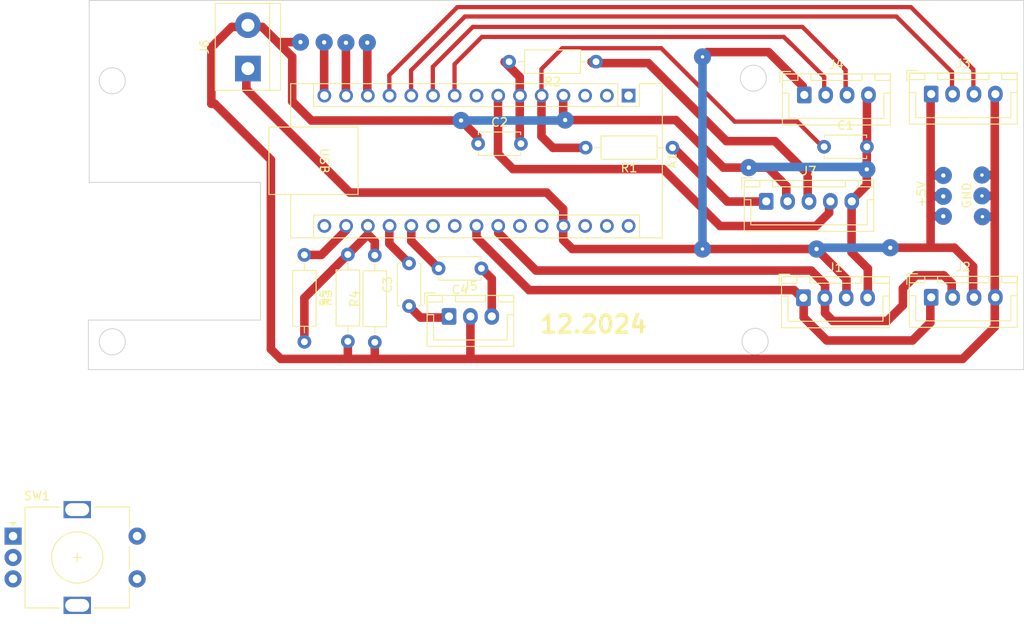
<source format=kicad_pcb>
(kicad_pcb (version 20211014) (generator pcbnew)
  (layers (0 "F.Cu" signal) (31 "B.Cu" signal) (34 "B.Paste" user) (35 "F.Paste" user) (36 "B.SilkS" user "B.Silkscreen") (37 "F.SilkS" user "F.Silkscreen") (38 "B.Mask" user) (39 "F.Mask" user) (44 "Edge.Cuts" user))
  (net 0 "")
  (net 4 "GNDREF")
  (net 5 "Net-(A1-Pad5)")
  (net 6 "Net-(A1-Pad6)")
  (net 7 "Net-(A1-Pad7)")
  (net 9 "Net-(A1-Pad9)")
  (net 10 "Net-(A1-Pad10)")
  (net 11 "Net-(A1-Pad11)")
  (net 12 "Net-(A1-Pad12)")
  (net 13 "Net-(A1-Pad13)")
  (net 14 "Net-(A1-Pad14)")
  (net 15 "unconnected-(A1-Pad15)")
  (net 17 "Net-(R5-Pad1)")
  (net 18 "Net-(A1-Pad18)")
  (net 19 "Net-(A1-Pad19)")
  (net 20 "Net-(A1-Pad20)")
  (net 23 "Net-(A1-Pad23)")
  (net 24 "Net-(A1-Pad24)")
  (net 26 "+5V")
  (net 29 "Net-(J5-Pad1)")
  (net 30 "Net-(J5-Pad3)")
  (net 33 "Net-(J7-Pad1)")
  (net 34 "Net-(J7-Pad3)")
  (net 35 "Net-(J8-Pad1)")
  (net 36 "Net-(J8-Pad3)")
  (net 37 "Net-(J8-Pad2)")
  (net 38 "Net-(J8-Pad5)")
  (net 39 "Net-(J8-Pad4)")
  (footprint "Resistor_THT:R_Axial_DIN0207_L6.3mm_D2.5mm_P10.16mm_Horizontal" (layer "F.Cu") (at 83.6676 55.88 90)
    (fp_text reference "R3" (at 5.08 -2.37 90) (layer "F.SilkS"))
    (fp_text value "10K")
    (pad "1" thru_hole circle (at 0 0 90) (size 1.6 1.6) (drill 0.8) (layers *.Cu *.Mask) (net 4 "GNDREF"))
    (pad "2" thru_hole oval (at 10.16 0 90) (size 1.6 1.6) (drill 0.8) (layers *.Cu *.Mask) (net 18 "Net-(A1-Pad18)"))
  )
  (footprint "Capacitor_THT:C_Disc_D4.7mm_W2.5mm_P5.00mm" (layer "F.Cu") (at 99.274 47.3456 180)
    (fp_text reference "C4" (at 2.5 -2.5) (layer "F.SilkS"))
    (fp_text value "10n")
    (pad "1" thru_hole circle (at 0 0 180) (size 1.6 1.6) (drill 0.8) (layers *.Cu *.Mask) (net 30 "Net-(J5-Pad3)"))
    (pad "2" thru_hole circle (at 5 0 180) (size 1.6 1.6) (drill 0.8) (layers *.Cu *.Mask) (net 20 "Net-(A1-Pad20)"))
  )
  (footprint "Capacitor_THT:C_Disc_D4.7mm_W2.5mm_P5.00mm" (layer "F.Cu") (at 139.3336 33.1216)
    (fp_text reference "C1" (at 2.5 -2.5) (layer "F.SilkS"))
    (fp_text value "100n")
    (pad "1" thru_hole circle (at 0 0) (size 1.6 1.6) (drill 0.8) (layers *.Cu *.Mask) (net 5 "Net-(A1-Pad5)"))
    (pad "2" thru_hole circle (at 5 0) (size 1.6 1.6) (drill 0.8) (layers *.Cu *.Mask) (net 4 "GNDREF"))
  )
  (footprint "Connector_JST:JST_XH_B3B-XH-A_1x03_P2.50mm_Vertical" (layer "F.Cu") (at 95.4932 52.9674)
    (fp_text reference "J5" (at 2.5 -3.55) (layer "F.SilkS"))
    (fp_text value "Audio IN")
    (pad "1" thru_hole roundrect (at 0 0) (size 1.7 1.95) (drill 0.95) (layers *.Cu *.Mask) (roundrect_rratio 0.147059) (net 29 "Net-(J5-Pad1)"))
    (pad "2" thru_hole oval (at 2.5 0) (size 1.7 1.95) (drill 0.95) (layers *.Cu *.Mask) (net 4 "GNDREF"))
    (pad "3" thru_hole oval (at 5 0) (size 1.7 1.95) (drill 0.95) (layers *.Cu *.Mask) (net 30 "Net-(J5-Pad3)"))
  )
  (footprint "Resistor_THT:R_Axial_DIN0207_L6.3mm_D2.5mm_P10.16mm_Horizontal" (layer "F.Cu") (at 121.6152 33.2232 180)
    (fp_text reference "R1" (at 5.08 -2.37) (layer "F.SilkS"))
    (fp_text value "10K")
    (pad "1" thru_hole circle (at 0 0 180) (size 1.6 1.6) (drill 0.8) (layers *.Cu *.Mask) (net 33 "Net-(J7-Pad1)"))
    (pad "2" thru_hole oval (at 10.16 0 180) (size 1.6 1.6) (drill 0.8) (layers *.Cu *.Mask) (net 5 "Net-(A1-Pad5)"))
  )
  (footprint "Resistor_THT:R_Axial_DIN0207_L6.3mm_D2.5mm_P10.16mm_Horizontal" (layer "F.Cu") (at 86.8172 55.9816 90)
    (fp_text reference "R4" (at 5.08 -2.37 90) (layer "F.SilkS"))
    (fp_text value "10K")
    (pad "1" thru_hole circle (at 0 0 90) (size 1.6 1.6) (drill 0.8) (layers *.Cu *.Mask) (net 4 "GNDREF"))
    (pad "2" thru_hole oval (at 10.16 0 90) (size 1.6 1.6) (drill 0.8) (layers *.Cu *.Mask) (net 18 "Net-(A1-Pad18)"))
  )
  (footprint "Capacitor_THT:C_Disc_D4.7mm_W2.5mm_P5.00mm" (layer "F.Cu") (at 98.8968 32.766)
    (fp_text reference "C2" (at 2.5 -2.5) (layer "F.SilkS"))
    (fp_text value "100n")
    (pad "1" thru_hole circle (at 0 0) (size 1.6 1.6) (drill 0.8) (layers *.Cu *.Mask) (net 4 "GNDREF"))
    (pad "2" thru_hole circle (at 5 0) (size 1.6 1.6) (drill 0.8) (layers *.Cu *.Mask) (net 6 "Net-(A1-Pad6)"))
  )
  (footprint "TerminalBlock:TerminalBlock_bornier-2_P5.08mm" (layer "F.Cu") (at 71.9836 23.9776 90)
    (fp_text reference "J6" (at 2.54 -5.08 90) (layer "F.SilkS"))
    (fp_text value "5V")
    (pad "1" thru_hole rect (at 0 0 90) (size 3 3) (drill 1.52) (layers *.Cu *.Mask) (net 26 "+5V"))
    (pad "2" thru_hole circle (at 5.08 0 90) (size 3 3) (drill 1.52) (layers *.Cu *.Mask) (net 4 "GNDREF"))
  )
  (footprint "Connector_JST:JST_XH_B4B-XH-A_1x04_P2.50mm_Vertical" (layer "F.Cu") (at 151.8504 26.9578)
    (fp_text reference "J3" (at 3.75 -3.55) (layer "F.SilkS"))
    (fp_text value "Реле 2")
    (pad "1" thru_hole roundrect (at 0 0) (size 1.7 1.95) (drill 0.95) (layers *.Cu *.Mask) (roundrect_rratio 0.147059) (net 26 "+5V"))
    (pad "2" thru_hole oval (at 2.5 0) (size 1.7 1.95) (drill 0.95) (layers *.Cu *.Mask) (net 11 "Net-(A1-Pad11)"))
    (pad "3" thru_hole oval (at 5 0) (size 1.7 1.95) (drill 0.95) (layers *.Cu *.Mask) (net 12 "Net-(A1-Pad12)"))
    (pad "4" thru_hole oval (at 7.5 0) (size 1.7 1.95) (drill 0.95) (layers *.Cu *.Mask) (net 4 "GNDREF"))
  )
  (footprint "Resistor_THT:R_Axial_DIN0207_L6.3mm_D2.5mm_P10.16mm_Horizontal" (layer "F.Cu") (at 78.5876 45.7708 -90)
    (fp_text reference "R5" (at 5.08 -2.37 90) (layer "F.SilkS"))
    (fp_text value "10K")
    (pad "1" thru_hole circle (at 0 0 270) (size 1.6 1.6) (drill 0.8) (layers *.Cu *.Mask) (net 17 "Net-(R5-Pad1)"))
    (pad "2" thru_hole oval (at 10.16 0 270) (size 1.6 1.6) (drill 0.8) (layers *.Cu *.Mask) (net 18 "Net-(A1-Pad18)"))
  )
  (footprint "Module:Arduino_Nano" (layer "F.Cu") (at 116.4844 27.1372 -90)
    (fp_text reference "A1" (at 7.62 -5.08 90) (layer "F.SilkS"))
    (fp_text value "Arduino_Nano_v3.x")
    (fp_text user "USB" (at 7.62 35.56 -90 unlocked) (layer "F.SilkS"))
    (pad "1" thru_hole rect (at 0 0 270) (size 1.6 1.6) (drill 1) (layers *.Cu *.Mask))
    (pad "2" thru_hole oval (at 0 2.54 270) (size 1.6 1.6) (drill 1) (layers *.Cu *.Mask))
    (pad "3" thru_hole oval (at 0 5.08 270) (size 1.6 1.6) (drill 1) (layers *.Cu *.Mask))
    (pad "4" thru_hole oval (at 0 7.62 270) (size 1.6 1.6) (drill 1) (layers *.Cu *.Mask) (net 4 "GNDREF"))
    (pad "5" thru_hole oval (at 0 10.16 270) (size 1.6 1.6) (drill 1) (layers *.Cu *.Mask) (net 5 "Net-(A1-Pad5)"))
    (pad "6" thru_hole oval (at 0 12.7 270) (size 1.6 1.6) (drill 1) (layers *.Cu *.Mask) (net 6 "Net-(A1-Pad6)"))
    (pad "7" thru_hole oval (at 0 15.24 270) (size 1.6 1.6) (drill 1) (layers *.Cu *.Mask) (net 7 "Net-(A1-Pad7)"))
    (pad "8" thru_hole oval (at 0 17.78 270) (size 1.6 1.6) (drill 1) (layers *.Cu *.Mask))
    (pad "9" thru_hole oval (at 0 20.32 270) (size 1.6 1.6) (drill 1) (layers *.Cu *.Mask) (net 9 "Net-(A1-Pad9)"))
    (pad "10" thru_hole oval (at 0 22.86 270) (size 1.6 1.6) (drill 1) (layers *.Cu *.Mask) (net 10 "Net-(A1-Pad10)"))
    (pad "11" thru_hole oval (at 0 25.4 270) (size 1.6 1.6) (drill 1) (layers *.Cu *.Mask) (net 11 "Net-(A1-Pad11)"))
    (pad "12" thru_hole oval (at 0 27.94 270) (size 1.6 1.6) (drill 1) (layers *.Cu *.Mask) (net 12 "Net-(A1-Pad12)"))
    (pad "13" thru_hole oval (at 0 30.48 270) (size 1.6 1.6) (drill 1) (layers *.Cu *.Mask) (net 13 "Net-(A1-Pad13)"))
    (pad "14" thru_hole oval (at 0 33.02 270) (size 1.6 1.6) (drill 1) (layers *.Cu *.Mask) (net 14 "Net-(A1-Pad14)"))
    (pad "15" thru_hole oval (at 0 35.56 270) (size 1.6 1.6) (drill 1) (layers *.Cu *.Mask) (net 15 "unconnected-(A1-Pad15)"))
    (pad "16" thru_hole oval (at 15.24 35.56 270) (size 1.6 1.6) (drill 1) (layers *.Cu *.Mask))
    (pad "17" thru_hole oval (at 15.24 33.02 270) (size 1.6 1.6) (drill 1) (layers *.Cu *.Mask) (net 17 "Net-(R5-Pad1)"))
    (pad "18" thru_hole oval (at 15.24 30.48 270) (size 1.6 1.6) (drill 1) (layers *.Cu *.Mask) (net 18 "Net-(A1-Pad18)"))
    (pad "19" thru_hole oval (at 15.24 27.94 270) (size 1.6 1.6) (drill 1) (layers *.Cu *.Mask) (net 19 "Net-(A1-Pad19)"))
    (pad "20" thru_hole oval (at 15.24 25.4 270) (size 1.6 1.6) (drill 1) (layers *.Cu *.Mask) (net 20 "Net-(A1-Pad20)"))
    (pad "21" thru_hole oval (at 15.24 22.86 270) (size 1.6 1.6) (drill 1) (layers *.Cu *.Mask))
    (pad "22" thru_hole oval (at 15.24 20.32 270) (size 1.6 1.6) (drill 1) (layers *.Cu *.Mask))
    (pad "23" thru_hole oval (at 15.24 17.78 270) (size 1.6 1.6) (drill 1) (layers *.Cu *.Mask) (net 23 "Net-(A1-Pad23)"))
    (pad "24" thru_hole oval (at 15.24 15.24 270) (size 1.6 1.6) (drill 1) (layers *.Cu *.Mask) (net 24 "Net-(A1-Pad24)"))
    (pad "25" thru_hole oval (at 15.24 12.7 270) (size 1.6 1.6) (drill 1) (layers *.Cu *.Mask))
    (pad "26" thru_hole oval (at 15.24 10.16 270) (size 1.6 1.6) (drill 1) (layers *.Cu *.Mask))
    (pad "27" thru_hole oval (at 15.24 7.62 270) (size 1.6 1.6) (drill 1) (layers *.Cu *.Mask) (net 26 "+5V"))
    (pad "28" thru_hole oval (at 15.24 5.08 270) (size 1.6 1.6) (drill 1) (layers *.Cu *.Mask))
    (pad "29" thru_hole oval (at 15.24 2.54 270) (size 1.6 1.6) (drill 1) (layers *.Cu *.Mask))
    (pad "30" thru_hole oval (at 15.24 0 270) (size 1.6 1.6) (drill 1) (layers *.Cu *.Mask))
  )
  (footprint "Resistor_THT:R_Axial_DIN0207_L6.3mm_D2.5mm_P10.16mm_Horizontal" (layer "F.Cu") (at 112.6744 23.1648 180)
    (fp_text reference "R2" (at 5.08 -2.37) (layer "F.SilkS"))
    (fp_text value "10K")
    (pad "1" thru_hole circle (at 0 0 180) (size 1.6 1.6) (drill 0.8) (layers *.Cu *.Mask) (net 34 "Net-(J7-Pad3)"))
    (pad "2" thru_hole oval (at 10.16 0 180) (size 1.6 1.6) (drill 0.8) (layers *.Cu *.Mask) (net 6 "Net-(A1-Pad6)"))
  )
  (footprint "Connector_JST:JST_XH_B4B-XH-A_1x04_P2.50mm_Vertical" (layer "F.Cu") (at 136.9152 50.783)
    (fp_text reference "J1" (at 3.75 -3.55) (layer "F.SilkS"))
    (fp_text value "LCD1602-1")
    (pad "1" thru_hole roundrect (at 0 0) (size 1.7 1.95) (drill 0.95) (layers *.Cu *.Mask) (roundrect_rratio 0.147059) (net 23 "Net-(A1-Pad23)"))
    (pad "2" thru_hole oval (at 2.5 0) (size 1.7 1.95) (drill 0.95) (layers *.Cu *.Mask) (net 24 "Net-(A1-Pad24)"))
    (pad "3" thru_hole oval (at 5 0) (size 1.7 1.95) (drill 0.95) (layers *.Cu *.Mask) (net 26 "+5V"))
    (pad "4" thru_hole oval (at 7.5 0) (size 1.7 1.95) (drill 0.95) (layers *.Cu *.Mask) (net 4 "GNDREF"))
  )
  (footprint "Rotary_Encoder:RotaryEncoder_Alps_EC11E-Switch_Vertical_H20mm" (layer "F.Cu") (at 44.5364 78.6628)
    (fp_text reference "SW1" (at 2.8 -4.7) (layer "F.SilkS"))
    (fp_text value "RotaryEncoder_Switch")
    (pad "A" thru_hole rect (at 0 0) (size 2 2) (drill 1) (layers *.Cu *.Mask) (net 35 "Net-(J8-Pad1)"))
    (pad "B" thru_hole circle (at 0 5) (size 2 2) (drill 1) (layers *.Cu *.Mask) (net 36 "Net-(J8-Pad3)"))
    (pad "C" thru_hole circle (at 0 2.5) (size 2 2) (drill 1) (layers *.Cu *.Mask) (net 37 "Net-(J8-Pad2)"))
    (pad "MP" thru_hole rect (at 7.5 -3.1) (size 3.2 2) (drill oval 2.8 1.5) (layers *.Cu *.Mask))
    (pad "MP" thru_hole rect (at 7.5 8.1) (size 3.2 2) (drill oval 2.8 1.5) (layers *.Cu *.Mask))
    (pad "S1" thru_hole circle (at 14.5 5) (size 2 2) (drill 1) (layers *.Cu *.Mask) (net 38 "Net-(J8-Pad5)"))
    (pad "S2" thru_hole circle (at 14.5 0) (size 2 2) (drill 1) (layers *.Cu *.Mask) (net 39 "Net-(J8-Pad4)"))
  )
  (footprint "Connector_JST:JST_XH_B4B-XH-A_1x04_P2.50mm_Vertical" (layer "F.Cu") (at 151.8504 50.7322)
    (fp_text reference "J2" (at 3.75 -3.55) (layer "F.SilkS"))
    (fp_text value "LCD1602-2")
    (pad "1" thru_hole roundrect (at 0 0) (size 1.7 1.95) (drill 0.95) (layers *.Cu *.Mask) (roundrect_rratio 0.147059) (net 23 "Net-(A1-Pad23)"))
    (pad "2" thru_hole oval (at 2.5 0) (size 1.7 1.95) (drill 0.95) (layers *.Cu *.Mask) (net 24 "Net-(A1-Pad24)"))
    (pad "3" thru_hole oval (at 5 0) (size 1.7 1.95) (drill 0.95) (layers *.Cu *.Mask) (net 26 "+5V"))
    (pad "4" thru_hole oval (at 7.5 0) (size 1.7 1.95) (drill 0.95) (layers *.Cu *.Mask) (net 4 "GNDREF"))
  )
  (footprint "Capacitor_THT:C_Disc_D4.7mm_W2.5mm_P5.00mm" (layer "F.Cu") (at 90.8189 51.7537 90)
    (fp_text reference "C3" (at 2.5 -2.5 90) (layer "F.SilkS"))
    (fp_text value "10n")
    (pad "1" thru_hole circle (at 0 0 90) (size 1.6 1.6) (drill 0.8) (layers *.Cu *.Mask) (net 29 "Net-(J5-Pad1)"))
    (pad "2" thru_hole circle (at 5 0 90) (size 1.6 1.6) (drill 0.8) (layers *.Cu *.Mask) (net 19 "Net-(A1-Pad19)"))
  )
  (footprint "Connector_JST:JST_XH_B4B-XH-A_1x04_P2.50mm_Vertical" (layer "F.Cu") (at 137.0168 27.0594)
    (fp_text reference "J4" (at 3.75 -3.55) (layer "F.SilkS"))
    (fp_text value "Реле 1")
    (pad "1" thru_hole roundrect (at 0 0) (size 1.7 1.95) (drill 0.95) (layers *.Cu *.Mask) (roundrect_rratio 0.147059) (net 26 "+5V"))
    (pad "2" thru_hole oval (at 2.5 0) (size 1.7 1.95) (drill 0.95) (layers *.Cu *.Mask) (net 9 "Net-(A1-Pad9)"))
    (pad "3" thru_hole oval (at 5 0) (size 1.7 1.95) (drill 0.95) (layers *.Cu *.Mask) (net 10 "Net-(A1-Pad10)"))
    (pad "4" thru_hole oval (at 7.5 0) (size 1.7 1.95) (drill 0.95) (layers *.Cu *.Mask) (net 4 "GNDREF"))
  )
  (footprint "Connector_JST:JST_XH_B5B-XH-A_1x05_P2.50mm_Vertical" (layer "F.Cu") (at 132.5664 39.5054)
    (fp_text reference "J7" (at 5 -3.55) (layer "F.SilkS"))
    (fp_text value "Encoder")
    (pad "1" thru_hole roundrect (at 0 0) (size 1.7 1.95) (drill 0.95) (layers *.Cu *.Mask) (roundrect_rratio 0.147059) (net 33 "Net-(J7-Pad1)"))
    (pad "2" thru_hole oval (at 2.5 0) (size 1.7 1.95) (drill 0.95) (layers *.Cu *.Mask) (net 4 "GNDREF"))
    (pad "3" thru_hole oval (at 5 0) (size 1.7 1.95) (drill 0.95) (layers *.Cu *.Mask) (net 34 "Net-(J7-Pad3)"))
    (pad "4" thru_hole oval (at 7.5 0) (size 1.7 1.95) (drill 0.95) (layers *.Cu *.Mask) (net 7 "Net-(A1-Pad7)"))
    (pad "5" thru_hole oval (at 10 0) (size 1.7 1.95) (drill 0.95) (layers *.Cu *.Mask) (net 4 "GNDREF"))
  )
  (gr_circle (center 56.134 55.9308) (end 56.896 57.2516) (layer "Edge.Cuts") (width 0.1) (fill none))
  (gr_line (start 53.4416 16.002) (end 162.6616 16.002) (layer "Edge.Cuts") (width 0.1))
  (gr_line (start 73.4568 53.3908) (end 53.34 53.3908) (layer "Edge.Cuts") (width 0.1))
  (gr_circle (center 131.064 25.0952) (end 131.826 26.416) (layer "Edge.Cuts") (width 0.1) (fill none))
  (gr_line (start 53.4416 37.2872) (end 53.4416 16.002) (layer "Edge.Cuts") (width 0.1))
  (gr_line (start 162.6616 16.002) (end 162.6616 59.182) (layer "Edge.Cuts") (width 0.1))
  (gr_line (start 162.6616 59.182) (end 53.34 59.182) (layer "Edge.Cuts") (width 0.1))
  (gr_line (start 53.34 59.182) (end 53.34 53.3908) (layer "Edge.Cuts") (width 0.1))
  (gr_line (start 53.4416 37.2872) (end 73.406 37.2872) (layer "Edge.Cuts") (width 0.1))
  (gr_circle (center 56.134 25.4) (end 56.896 26.7208) (layer "Edge.Cuts") (width 0.1) (fill none))
  (gr_circle (center 131.2672 55.88) (end 132.0292 57.2008) (layer "Edge.Cuts") (width 0.1) (fill none))
  (gr_line (start 73.4568 37.338) (end 73.4568 53.3908) (layer "Edge.Cuts") (width 0.1))
  (gr_text "12.2024" (at 112.3696 53.8988) (layer "F.SilkS") (effects (font (size 2 2) (thickness 0.4))))
  (gr_text "+5V" (at 150.7236 38.6588 90) (layer "F.SilkS") (effects (font (size 1 1))))
  (gr_text "GND" (at 156.0068 38.8112 90) (layer "F.SilkS") (effects (font (size 1 1))))
  (segment (start 158.9488 38.862) (end 159.2812 39.1944) (width 0.25) (layer "F.Cu") (net 4))
  (segment (start 142.414 39.52735) (end 142.5448 39.65815) (width 1) (layer "F.Cu") (net 4))
  (segment (start 83.6676 57.8543) (end 83.74725 57.93395) (width 0.5) (layer "F.Cu") (net 4))
  (segment (start 98.7952 31.93895) (end 96.901 30.04475) (width 1) (layer "F.Cu") (net 4))
  (segment (start 159.2812 41.1248) (end 159.2812 39.1944) (width 1) (layer "F.Cu") (net 4))
  (segment (start 68.1228 28.0924) (end 67.7164 28.0924) (width 1) (layer "F.Cu") (net 4))
  (segment (start 142.3016 39.41495) (end 142.414 39.52735) (width 0.25) (layer "F.Cu") (net 4))
  (segment (start 159.2812 39.1944) (end 159.2812 36.3452) (width 1) (layer "F.Cu") (net 4))
  (segment (start 90.34435 57.93395) (end 87.19475 57.93395) (width 1) (layer "F.Cu") (net 4))
  (segment (start 108.839 29.76535) (end 108.839 27.12375) (width 1) (layer "F.Cu") (net 4))
  (segment (start 74.676 34.6456) (end 68.1228 28.0924) (width 1) (layer "F.Cu") (net 4))
  (segment (start 142.5448 39.65815) (end 142.5448 45.466) (width 1) (layer "F.Cu") (net 4))
  (segment (start 144.2828 33.274) (end 144.3228 33.314) (width 1) (layer "F.Cu") (net 4))
  (segment (start 78.1304 20.8788) (end 75.7936 20.8788) (width 1) (layer "F.Cu") (net 4))
  (segment (start 159.2812 54.1804) (end 155.52765 57.93395) (width 1) (layer "F.Cu") (net 4))
  (segment (start 144.3444 26.6992) (end 144.3444 33.2124) (width 1) (layer "F.Cu") (net 4))
  (segment (start 87.19475 57.93395) (end 83.74725 57.93395) (width 1) (layer "F.Cu") (net 4))
  (segment (start 134.9248 37.71555) (end 134.914 37.72635) (width 0.25) (layer "F.Cu") (net 4))
  (segment (start 144.3444 33.2124) (end 144.2828 33.274) (width 1) (layer "F.Cu") (net 4))
  (segment (start 79.399 30.04475) (end 77.1652 27.81095) (width 1) (layer "F.Cu") (net 4))
  (segment (start 144.3228 37.61855) (end 142.414 39.52735) (width 1) (layer "F.Cu") (net 4))
  (segment (start 134.914 37.72635) (end 134.914 39.52735) (width 1) (layer "F.Cu") (net 4))
  (segment (start 99.1508 32.83875) (end 98.846 32.83875) (width 0.25) (layer "F.Cu") (net 4))
  (segment (start 77.1652 22.606) (end 75.6158 21.0566) (width 1) (layer "F.Cu") (net 4))
  (segment (start 96.901 30.04475) (end 79.399 30.04475) (width 1) (layer "F.Cu") (net 4))
  (segment (start 109.0676 29.99395) (end 121.99275 29.99395) (width 1) (layer "F.Cu") (net 4))
  (segment (start 97.9932 52.9674) (end 97.9932 57.8104) (width 1) (layer "F.Cu") (net 4))
  (segment (start 159.1056 41.3004) (end 159.2812 41.1248) (width 0.25) (layer "F.Cu") (net 4))
  (segment (start 121.99275 29.99395) (end 127.55535 35.55655) (width 1) (layer "F.Cu") (net 4))
  (segment (start 144.446 47.3672) (end 144.446 51.0101) (width 1) (layer "F.Cu") (net 4))
  (segment (start 130.5306 35.55655) (end 132.7658 35.55655) (width 1) (layer "F.Cu") (net 4))
  (segment (start 144.272 26.7716) (end 144.3444 26.6992) (width 1) (layer "F.Cu") (net 4))
  (segment (start 157.7848 36.4236) (end 159.2028 36.4236) (width 1) (layer "F.Cu") (net 4))
  (segment (start 75.81555 57.93395) (end 74.676 56.7944) (width 1) (layer "F.Cu") (net 4))
  (segment (start 157.7848 38.862) (end 158.9488 38.862) (width 1) (layer "F.Cu") (net 4))
  (segment (start 67.7164 28.0924) (end 67.7164 21.4884) (width 1) (layer "F.Cu") (net 4))
  (segment (start 70.104 19.1008) (end 73.66 19.1008) (width 1) (layer "F.Cu") (net 4))
  (segment (start 86.8172 55.7784) (end 86.8172 57.5564) (width 1) (layer "F.Cu") (net 4))
  (segment (start 159.2812 36.3452) (end 159.2812 26.7569) (width 1) (layer "F.Cu") (net 4))
  (segment (start 159.2812 41.1248) (end 159.2812 54.1804) (width 1) (layer "F.Cu") (net 4))
  (segment (start 98.846 32.83875) (end 98.7952 32.78795) (width 0.25) (layer "F.Cu") (net 4))
  (segment (start 83.6676 55.88) (end 83.6676 57.8543) (width 1) (layer "F.Cu") (net 4))
  (segment (start 127.55535 35.55655) (end 130.5306 35.55655) (width 1) (layer "F.Cu") (net 4))
  (segment (start 98.11675 57.93395) (end 90.34435 57.93395) (width 1) (layer "F.Cu") (net 4))
  (segment (start 132.7658 35.55655) (end 134.9248 37.71555) (width 1) (layer "F.Cu") (net 4))
  (segment (start 75.7936 20.8788) (end 75.6158 21.0566) (width 0.25) (layer "F.Cu") (net 4))
  (segment (start 86.8172 57.5564) (end 87.19475 57.93395) (width 0.5) (layer "F.Cu") (net 4))
  (segment (start 142.5448 45.466) (end 144.446 47.3672) (width 1) (layer "F.Cu") (net 4))
  (segment (start 77.1652 27.81095) (end 77.1652 22.606) (width 1) (layer "F.Cu") (net 4))
  (segment (start 157.8356 41.3004) (end 159.1056 41.3004) (width 1) (layer "F.Cu") (net 4))
  (segment (start 97.9932 57.8104) (end 98.11675 57.93395) (width 0.25) (layer "F.Cu") (net 4))
  (segment (start 155.52765 57.93395) (end 98.11675 57.93395) (width 1) (layer "F.Cu") (net 4))
  (segment (start 98.7952 32.78795) (end 98.7952 31.93895) (width 1) (layer "F.Cu") (net 4))
  (segment (start 73.66 19.1008) (end 75.6158 21.0566) (width 1) (layer "F.Cu") (net 4))
  (segment (start 67.7164 21.4884) (end 70.104 19.1008) (width 1) (layer "F.Cu") (net 4))
  (segment (start 83.74725 57.93395) (end 75.81555 57.93395) (width 1) (layer "F.Cu") (net 4))
  (segment (start 109.0676 29.99395) (end 108.839 29.76535) (width 1) (layer "F.Cu") (net 4))
  (segment (start 144.5276 50.6607) (end 144.894 51.0271) (width 0.25) (layer "F.Cu") (net 4))
  (segment (start 159.2028 36.4236) (end 159.2812 36.3452) (width 0.25) (layer "F.Cu") (net 4))
  (segment (start 74.676 56.7944) (end 74.676 34.6456) (width 1) (layer "F.Cu") (net 4))
  (segment (start 144.3228 33.314) (end 144.3228 37.61855) (width 1) (layer "F.Cu") (net 4))
  (via (at 157.8356 41.3004) (size 2) (drill 0.4) (layers "F.Cu" "B.Cu") (net 4))
  (via (at 157.7848 38.862) (size 2) (drill 0.4) (layers "F.Cu" "B.Cu") (net 4))
  (via (at 109.0676 29.99395) (size 2) (drill 0.5) (layers "F.Cu" "B.Cu") (net 4))
  (via (at 157.7848 36.4236) (size 2) (drill 0.4) (layers "F.Cu" "B.Cu") (net 4))
  (via (at 96.901 30.04475) (size 2) (drill 0.5) (layers "F.Cu" "B.Cu") (net 4))
  (via (at 144.3228 35.7632) (size 2) (drill 0.5) (layers "F.Cu" "B.Cu") (net 4))
  (via (at 130.5306 35.55655) (size 2) (drill 0.5) (layers "F.Cu" "B.Cu") (net 4))
  (via (at 78.1304 20.8788) (size 2) (drill 0.5) (layers "F.Cu" "B.Cu") (net 4))
  (segment (start 144.3228 35.7632) (end 144.03995 35.48035) (width 0.25) (layer "B.Cu") (net 4))
  (segment (start 130.6068 35.48035) (end 130.5306 35.55655) (width 0.25) (layer "B.Cu") (net 4))
  (segment (start 144.03995 35.48035) (end 130.6068 35.48035) (width 1) (layer "B.Cu") (net 4))
  (segment (start 109.0676 29.99395) (end 109.0168 29.99395) (width 0.25) (layer "B.Cu") (net 4))
  (segment (start 97.155 29.79075) (end 96.901 30.04475) (width 0.25) (layer "B.Cu") (net 4))
  (segment (start 109.0168 30.04475) (end 96.901 30.04475) (width 1) (layer "B.Cu") (net 4))
  (segment (start 109.0676 29.99395) (end 109.0168 30.04475) (width 1) (layer "B.Cu") (net 4))
  (segment (start 109.0168 29.99395) (end 108.8136 29.79075) (width 0.25) (layer "B.Cu") (net 4))
  (segment (start 106.299 27.12375) (end 106.299 31.89895) (width 1) (layer "F.Cu") (net 5))
  (segment (start 106.299 27.12375) (end 106.299 24.02495) (width 0.5) (layer "F.Cu") (net 5))
  (segment (start 106.299 31.89895) (end 107.6452 33.24515) (width 1) (layer "F.Cu") (net 5))
  (segment (start 120.2944 21.59) (end 128.8796 30.1752) (width 0.5) (layer "F.Cu") (net 5))
  (segment (start 108.712 21.59) (end 120.2944 21.59) (width 0.5) (layer "F.Cu") (net 5))
  (segment (start 106.299 24.02495) (end 108.712 21.61195) (width 0.5) (layer "F.Cu") (net 5))
  (segment (start 107.6452 33.24515) (end 111.6584 33.24515) (width 1) (layer "F.Cu") (net 5))
  (segment (start 136.1948 30.1752) (end 139.2428 33.2232) (width 0.5) (layer "F.Cu") (net 5))
  (segment (start 128.8796 30.1752) (end 136.1948 30.1752) (width 0.5) (layer "F.Cu") (net 5))
  (segment (start 103.7952 32.78795) (end 103.7952 32.48315) (width 1) (layer "F.Cu") (net 6))
  (segment (start 103.7952 32.48315) (end 103.7844 32.47235) (width 1) (layer "F.Cu") (net 6))
  (segment (start 103.759 32.75175) (end 103.7952 32.78795) (width 0.5) (layer "F.Cu") (net 6))
  (segment (start 103.759 27.12375) (end 103.759 32.75175) (width 1) (layer "F.Cu") (net 6))
  (segment (start 103.759 27.12375) (end 103.759 24.96475) (width 1) (layer "F.Cu") (net 6))
  (segment (start 103.759 24.96475) (end 101.981 23.18675) (width 1) (layer "F.Cu") (net 6))
  (segment (start 130.8608 42.38915) (end 138.3792 42.38915) (width 1) (layer "F.Cu") (net 7))
  (segment (start 120.51955 35.73435) (end 127.17435 42.38915) (width 1) (layer "F.Cu") (net 7))
  (segment (start 101.219 27.12375) (end 101.219 33.98175) (width 1) (layer "F.Cu") (net 7))
  (segment (start 101.219 33.98175) (end 102.9716 35.73435) (width 1) (layer "F.Cu") (net 7))
  (segment (start 138.3792 42.38915) (end 139.914 40.85435) (width 1) (layer "F.Cu") (net 7))
  (segment (start 127.17435 42.38915) (end 130.81 42.38915) (width 1) (layer "F.Cu") (net 7))
  (segment (start 139.914 40.85435) (end 139.914 39.52735) (width 1) (layer "F.Cu") (net 7))
  (segment (start 102.9716 35.73435) (end 120.51955 35.73435) (width 1) (layer "F.Cu") (net 7))
  (segment (start 96.139 27.12375) (end 96.139 23.46615) (width 0.5) (layer "F.Cu") (net 9))
  (segment (start 139.3444 24.9536) (end 139.3444 26.6992) (width 0.5) (layer "F.Cu") (net 9))
  (segment (start 134.9648 20.574) (end 139.3444 24.9536) (width 0.5) (layer "F.Cu") (net 9))
  (segment (start 99.33595 20.2692) (end 134.62 20.2692) (width 0.5) (layer "F.Cu") (net 9))
  (segment (start 96.139 23.46615) (end 99.33595 20.2692) (width 0.5) (layer "F.Cu") (net 9))
  (segment (start 139.3444 26.6992) (end 139.3444 25.8172) (width 0.25) (layer "F.Cu") (net 9))
  (segment (start 134.62 20.2692) (end 135.4836 21.1328) (width 0.5) (layer "F.Cu") (net 9))
  (segment (start 141.8444 24.1408) (end 141.8444 26.6992) (width 0.5) (layer "F.Cu") (net 10))
  (segment (start 98.26915 19.1008) (end 136.8044 19.1008) (width 0.5) (layer "F.Cu") (net 10))
  (segment (start 138.2268 20.5232) (end 141.8444 24.1408) (width 0.5) (layer "F.Cu") (net 10))
  (segment (start 141.8444 25.1676) (end 141.8444 26.6992) (width 0.5) (layer "F.Cu") (net 10))
  (segment (start 136.8044 19.1008) (end 138.2776 20.574) (width 0.5) (layer "F.Cu") (net 10))
  (segment (start 93.599 23.77095) (end 98.26915 19.1008) (width 0.5) (layer "F.Cu") (net 10))
  (segment (start 93.599 27.12375) (end 93.599 23.77095) (width 0.5) (layer "F.Cu") (net 10))
  (segment (start 141.8444 26.6992) (end 141.8444 25.828) (width 0.25) (layer "F.Cu") (net 10))
  (segment (start 154.2812 24.3856) (end 154.2812 26.7569) (width 0.5) (layer "F.Cu") (net 11))
  (segment (start 154.1272 26.6029) (end 154.2812 26.7569) (width 0.5) (layer "F.Cu") (net 11))
  (segment (start 91.059 27.12375) (end 91.059 24.17735) (width 0.5) (layer "F.Cu") (net 11))
  (segment (start 91.059 24.17735) (end 97.35475 17.8816) (width 0.5) (layer "F.Cu") (net 11))
  (segment (start 147.7772 17.8816) (end 154.2812 24.3856) (width 0.5) (layer "F.Cu") (net 11))
  (segment (start 97.35475 17.8816) (end 147.7772 17.8816) (width 0.5) (layer "F.Cu") (net 11))
  (segment (start 88.519 27.12375) (end 88.519 24.73615) (width 0.5) (layer "F.Cu") (net 12))
  (segment (start 156.7812 24.0916) (end 156.7812 26.7569) (width 0.5) (layer "F.Cu") (net 12))
  (segment (start 88.519 24.73615) (end 96.4692 16.78595) (width 0.5) (layer "F.Cu") (net 12))
  (segment (start 96.4692 16.78595) (end 149.47555 16.78595) (width 0.5) (layer "F.Cu") (net 12))
  (segment (start 149.47555 16.78595) (end 156.7812 24.0916) (width 0.5) (layer "F.Cu") (net 12))
  (segment (start 85.9428 27.08755) (end 85.979 27.12375) (width 0.25) (layer "F.Cu") (net 13))
  (segment (start 85.9428 20.9404) (end 85.9428 27.08755) (width 1) (layer "F.Cu") (net 13))
  (via (at 85.9428 20.9404) (size 2) (drill 0.5) (layers "F.Cu" "B.Cu") (net 13))
  (segment (start 83.4428 27.11995) (end 83.439 27.12375) (width 0.25) (layer "F.Cu") (net 14))
  (segment (start 83.4428 20.9512) (end 83.4428 27.11995) (width 1) (layer "F.Cu") (net 14))
  (via (at 83.4428 20.9512) (size 2) (drill 0.5) (layers "F.Cu" "B.Cu") (net 14))
  (segment (start 80.899 27.12375) (end 80.899 20.9042) (width 1) (layer "F.Cu") (net 15))
  (segment (start 80.899 20.9042) (end 80.772 20.7772) (width 0.25) (layer "F.Cu") (net 15))
  (via (at 80.899 20.9042) (size 2) (drill 0.5) (layers "F.Cu" "B.Cu") (net 15))
  (segment (start 83.4644 42.3772) (end 83.4644 42.8752) (width 1) (layer "F.Cu") (net 17))
  (segment (start 80.5688 45.7708) (end 78.5876 45.7708) (width 1) (layer "F.Cu") (net 17))
  (segment (start 83.4644 42.8752) (end 80.5688 45.7708) (width 1) (layer "F.Cu") (net 17))
  (segment (start 86.0044 43.3832) (end 86.0044 42.3772) (width 0.5) (layer "F.Cu") (net 18))
  (segment (start 78.5876 50.8) (end 86.0044 43.3832) (width 1) (layer "F.Cu") (net 18))
  (segment (start 78.5876 55.9308) (end 78.5876 50.8) (width 1) (layer "F.Cu") (net 18))
  (segment (start 86.0044 43.3832) (end 86.8172 44.196) (width 1) (layer "F.Cu") (net 18))
  (segment (start 86.8172 44.196) (end 86.8172 45.6184) (width 1) (layer "F.Cu") (net 18))
  (segment (start 88.519 44.4538) (end 88.519 42.36375) (width 1) (layer "F.Cu") (net 19))
  (segment (start 90.8189 46.7537) (end 88.519 44.4538) (width 1) (layer "F.Cu") (net 19))
  (segment (start 91.0844 44.156) (end 91.0844 42.3772) (width 1) (layer "F.Cu") (net 20))
  (segment (start 94.274 47.3456) (end 91.0844 44.156) (width 1) (layer "F.Cu") (net 20))
  (segment (start 136.946 53.0752) (end 139.6492 55.7784) (width 1) (layer "F.Cu") (net 23))
  (segment (start 98.7044 42.3772) (end 98.7044 43.7388) (width 1) (layer "F.Cu") (net 23))
  (segment (start 104.8512 49.8856) (end 135.8215 49.8856) (width 1) (layer "F.Cu") (net 23))
  (segment (start 136.8614 50.9255) (end 136.946 51.0101) (width 1) (layer "F.Cu") (net 23))
  (segment (start 136.946 51.0101) (end 136.946 53.0752) (width 1) (layer "F.Cu") (net 23))
  (segment (start 135.8215 49.8856) (end 136.946 51.0101) (width 1) (layer "F.Cu") (net 23))
  (segment (start 98.7044 43.7388) (end 100.1268 45.1612) (width 1) (layer "F.Cu") (net 23))
  (segment (start 100.076 45.1104) (end 104.8512 49.8856) (width 1) (layer "F.Cu") (net 23))
  (segment (start 136.9391 51.0032) (end 136.946 51.0101) (width 1) (layer "F.Cu") (net 23))
  (segment (start 149.6568 55.7784) (end 151.7488 53.6864) (width 1) (layer "F.Cu") (net 23))
  (segment (start 139.6492 55.7784) (end 149.6568 55.7784) (width 1) (layer "F.Cu") (net 23))
  (segment (start 151.7488 53.6864) (end 151.7488 50.783) (width 1) (layer "F.Cu") (net 23))
  (segment (start 140.3604 53.4924) (end 139.446 52.578) (width 1) (layer "F.Cu") (net 24))
  (segment (start 137.8204 47.5996) (end 105.664 47.5996) (width 1) (layer "F.Cu") (net 24))
  (segment (start 153.3144 48.1584) (end 150.0632 48.1584) (width 1) (layer "F.Cu") (net 24))
  (segment (start 148.5392 51.6636) (end 146.7104 53.4924) (width 1) (layer "F.Cu") (net 24))
  (segment (start 148.5392 49.6824) (end 148.5392 51.6636) (width 1) (layer "F.Cu") (net 24))
  (segment (start 105.664 47.5996) (end 101.2444 43.18) (width 1) (layer "F.Cu") (net 24))
  (segment (start 154.2488 49.0928) (end 153.3144 48.1584) (width 1) (layer "F.Cu") (net 24))
  (segment (start 101.2444 43.18) (end 101.2444 42.3772) (width 1) (layer "F.Cu") (net 24))
  (segment (start 139.446 52.578) (end 139.446 49.2252) (width 1) (layer "F.Cu") (net 24))
  (segment (start 150.0632 48.1584) (end 148.5392 49.6824) (width 1) (layer "F.Cu") (net 24))
  (segment (start 146.7104 53.4924) (end 140.3604 53.4924) (width 1) (layer "F.Cu") (net 24))
  (segment (start 139.446 49.2252) (end 137.8204 47.5996) (width 1) (layer "F.Cu") (net 24))
  (segment (start 154.2488 50.783) (end 154.2488 49.0928) (width 1) (layer "F.Cu") (net 24))
  (segment (start 151.7812 36.382) (end 151.7812 38.9036) (width 1) (layer "F.Cu") (net 26))
  (segment (start 141.946 48.728) (end 141.946 51.0101) (width 1) (layer "F.Cu") (net 26))
  (segment (start 125.1204 22.606) (end 125.6792 22.0472) (width 1) (layer "F.Cu") (net 26))
  (segment (start 153.2636 41.2496) (end 151.7904 41.2496) (width 1) (layer "F.Cu") (net 26))
  (segment (start 109.90235 45.08155) (end 108.839 44.0182) (width 1) (layer "F.Cu") (net 26))
  (segment (start 71.80235 26.38715) (end 83.89275 38.47755) (width 1) (layer "F.Cu") (net 26))
  (segment (start 147.066 44.92915) (end 154.55555 44.92915) (width 1) (layer "F.Cu") (net 26))
  (segment (start 151.7812 41.2404) (end 151.7812 44.898) (width 1) (layer "F.Cu") (net 26))
  (segment (start 71.80235 24.25355) (end 71.80235 26.38715) (width 1) (layer "F.Cu") (net 26))
  (segment (start 138.45195 45.08155) (end 109.90235 45.08155) (width 1) (layer "F.Cu") (net 26))
  (segment (start 106.90515 38.47755) (end 108.839 40.4114) (width 1) (layer "F.Cu") (net 26))
  (segment (start 138.45195 45.08155) (end 134.28635 45.08155) (width 1) (layer "F.Cu") (net 26))
  (segment (start 138.45195 45.08155) (end 141.9352 48.5648) (width 1) (layer "F.Cu") (net 26))
  (segment (start 153.2636 38.9128) (end 151.7904 38.9128) (width 1) (layer "F.Cu") (net 26))
  (segment (start 136.8444 26.0496) (end 136.8444 26.6992) (width 1) (layer "F.Cu") (net 26))
  (segment (start 151.7904 38.9128) (end 151.7812 38.9036) (width 0.25) (layer "F.Cu") (net 26))
  (segment (start 108.839 44.0182) (end 108.839 42.36375) (width 1) (layer "F.Cu") (net 26))
  (segment (start 151.7812 26.7569) (end 151.7812 36.382) (width 1) (layer "F.Cu") (net 26))
  (segment (start 151.8736 36.4744) (end 151.7812 36.382) (width 0.25) (layer "F.Cu") (net 26))
  (segment (start 151.7812 38.9036) (end 151.7812 41.2404) (width 1) (layer "F.Cu") (net 26))
  (segment (start 153.2636 36.4744) (end 151.8736 36.4744) (width 1) (layer "F.Cu") (net 26))
  (segment (start 83.89275 38.47755) (end 106.90515 38.47755) (width 1) (layer "F.Cu") (net 26))
  (segment (start 125.6792 22.0472) (end 132.842 22.0472) (width 1) (layer "F.Cu") (net 26))
  (segment (start 154.55555 44.92915) (end 156.7488 47.1224) (width 1) (layer "F.Cu") (net 26))
  (segment (start 156.7488 47.1224) (end 156.7488 50.783) (width 1) (layer "F.Cu") (net 26))
  (segment (start 132.842 22.0472) (end 136.8444 26.0496) (width 1) (layer "F.Cu") (net 26))
  (segment (start 151.7812 44.898) (end 151.7904 44.9072) (width 1) (layer "F.Cu") (net 26))
  (segment (start 108.839 40.4114) (end 108.839 42.36375) (width 1) (layer "F.Cu") (net 26))
  (segment (start 151.7904 41.2496) (end 151.7812 41.2404) (width 0.25) (layer "F.Cu") (net 26))
  (via (at 125.1204 45.08155) (size 2) (drill 0.4) (layers "F.Cu" "B.Cu") (net 26))
  (via (at 125.1204 22.606) (size 2) (drill 0.4) (layers "F.Cu" "B.Cu") (net 26))
  (via (at 153.2636 38.9128) (size 2) (drill 0.5) (layers "F.Cu" "B.Cu") (net 26))
  (via (at 153.2636 41.2496) (size 2) (drill 0.5) (layers "F.Cu" "B.Cu") (net 26))
  (via (at 153.2636 36.4744) (size 2) (drill 0.5) (layers "F.Cu" "B.Cu") (net 26))
  (via (at 138.45195 45.08155) (size 2) (drill 0.5) (layers "F.Cu" "B.Cu") (net 26))
  (via (at 147.066 44.92915) (size 2) (drill 0.5) (layers "F.Cu" "B.Cu") (net 26))
  (segment (start 125.1204 45.08155) (end 125.1204 22.606) (width 1) (layer "B.Cu") (net 26))
  (segment (start 138.60435 44.92915) (end 138.45195 45.08155) (width 0.25) (layer "B.Cu") (net 26))
  (segment (start 147.066 44.92915) (end 138.60435 44.92915) (width 1) (layer "B.Cu") (net 26))
  (segment (start 92.1627 53.0975) (end 95.4055 53.0975) (width 1) (layer "F.Cu") (net 29))
  (segment (start 90.8189 51.7537) (end 92.1627 53.0975) (width 1) (layer "F.Cu") (net 29))
  (segment (start 100.4932 48.5648) (end 99.274 47.3456) (width 1) (layer "F.Cu") (net 30))
  (segment (start 100.4932 52.9674) (end 100.4932 48.5648) (width 1) (layer "F.Cu") (net 30))
  (segment (start 121.8184 33.3248) (end 128.02095 39.52735) (width 1) (layer "F.Cu") (net 33))
  (segment (start 128.02095 39.52735) (end 132.414 39.52735) (width 1) (layer "F.Cu") (net 33))
  (segment (start 121.8184 33.24515) (end 121.8184 33.3248) (width 1) (layer "F.Cu") (net 33))
  (segment (start 137.414 36.29315) (end 137.414 39.52735) (width 1) (layer "F.Cu") (net 34))
  (segment (start 133.58205 32.4612) (end 137.414 36.29315) (width 1) (layer "F.Cu") (net 34))
  (segment (start 118.79235 23.33915) (end 127.9144 32.4612) (width 1) (layer "F.Cu") (net 34))
  (segment (start 127.9144 32.4612) (end 133.58205 32.4612) (width 1) (layer "F.Cu") (net 34))
  (segment (start 137.414 39.52735) (end 137.1938 39.52735) (width 0.25) (layer "F.Cu") (net 34))
  (segment (start 112.2934 23.33915) (end 118.79235 23.33915) (width 1) (layer "F.Cu") (net 34))
  (segment (start 112.141 23.18675) (end 112.2934 23.33915) (width 1) (layer "F.Cu") (net 34))
)
</source>
